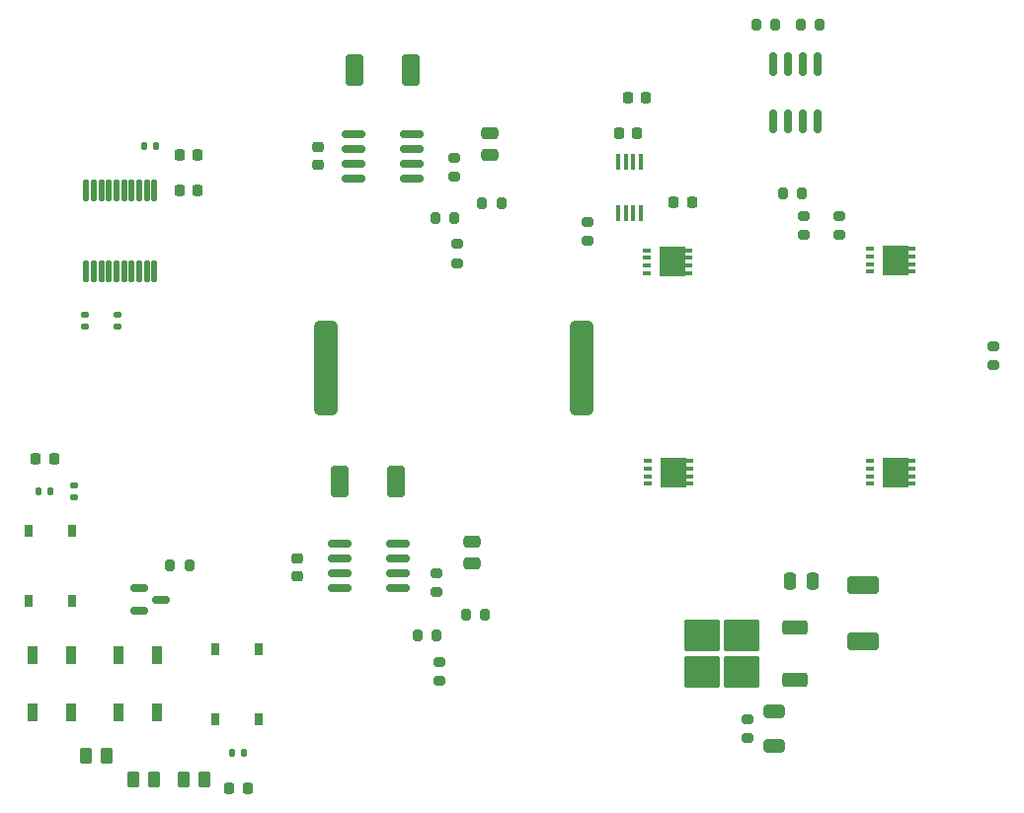
<source format=gbr>
%TF.GenerationSoftware,KiCad,Pcbnew,7.0.9*%
%TF.CreationDate,2024-04-05T12:05:42+09:00*%
%TF.ProjectId,motordriver2,6d6f746f-7264-4726-9976-6572322e6b69,rev?*%
%TF.SameCoordinates,Original*%
%TF.FileFunction,Paste,Top*%
%TF.FilePolarity,Positive*%
%FSLAX46Y46*%
G04 Gerber Fmt 4.6, Leading zero omitted, Abs format (unit mm)*
G04 Created by KiCad (PCBNEW 7.0.9) date 2024-04-05 12:05:42*
%MOMM*%
%LPD*%
G01*
G04 APERTURE LIST*
G04 Aperture macros list*
%AMRoundRect*
0 Rectangle with rounded corners*
0 $1 Rounding radius*
0 $2 $3 $4 $5 $6 $7 $8 $9 X,Y pos of 4 corners*
0 Add a 4 corners polygon primitive as box body*
4,1,4,$2,$3,$4,$5,$6,$7,$8,$9,$2,$3,0*
0 Add four circle primitives for the rounded corners*
1,1,$1+$1,$2,$3*
1,1,$1+$1,$4,$5*
1,1,$1+$1,$6,$7*
1,1,$1+$1,$8,$9*
0 Add four rect primitives between the rounded corners*
20,1,$1+$1,$2,$3,$4,$5,0*
20,1,$1+$1,$4,$5,$6,$7,0*
20,1,$1+$1,$6,$7,$8,$9,0*
20,1,$1+$1,$8,$9,$2,$3,0*%
G04 Aperture macros list end*
%ADD10RoundRect,0.200000X-0.200000X-0.275000X0.200000X-0.275000X0.200000X0.275000X-0.200000X0.275000X0*%
%ADD11RoundRect,0.150000X-0.587500X-0.150000X0.587500X-0.150000X0.587500X0.150000X-0.587500X0.150000X0*%
%ADD12R,0.660400X0.381000*%
%ADD13R,2.215100X2.595250*%
%ADD14RoundRect,0.515500X0.515500X-3.556000X0.515500X3.556000X-0.515500X3.556000X-0.515500X-3.556000X0*%
%ADD15R,0.750000X1.000000*%
%ADD16RoundRect,0.135000X-0.135000X-0.185000X0.135000X-0.185000X0.135000X0.185000X-0.135000X0.185000X0*%
%ADD17RoundRect,0.225000X-0.225000X-0.250000X0.225000X-0.250000X0.225000X0.250000X-0.225000X0.250000X0*%
%ADD18RoundRect,0.250000X0.850000X0.350000X-0.850000X0.350000X-0.850000X-0.350000X0.850000X-0.350000X0*%
%ADD19RoundRect,0.250000X1.275000X1.125000X-1.275000X1.125000X-1.275000X-1.125000X1.275000X-1.125000X0*%
%ADD20R,0.450000X1.450000*%
%ADD21RoundRect,0.150000X-0.825000X-0.150000X0.825000X-0.150000X0.825000X0.150000X-0.825000X0.150000X0*%
%ADD22RoundRect,0.125000X-0.125000X0.825000X-0.125000X-0.825000X0.125000X-0.825000X0.125000X0.825000X0*%
%ADD23RoundRect,0.150000X-0.150000X0.825000X-0.150000X-0.825000X0.150000X-0.825000X0.150000X0.825000X0*%
%ADD24RoundRect,0.200000X-0.275000X0.200000X-0.275000X-0.200000X0.275000X-0.200000X0.275000X0.200000X0*%
%ADD25RoundRect,0.135000X0.135000X0.185000X-0.135000X0.185000X-0.135000X-0.185000X0.135000X-0.185000X0*%
%ADD26RoundRect,0.200000X0.275000X-0.200000X0.275000X0.200000X-0.275000X0.200000X-0.275000X-0.200000X0*%
%ADD27RoundRect,0.250000X-0.262500X-0.450000X0.262500X-0.450000X0.262500X0.450000X-0.262500X0.450000X0*%
%ADD28RoundRect,0.135000X-0.185000X0.135000X-0.185000X-0.135000X0.185000X-0.135000X0.185000X0.135000X0*%
%ADD29RoundRect,0.200000X0.200000X0.275000X-0.200000X0.275000X-0.200000X-0.275000X0.200000X-0.275000X0*%
%ADD30RoundRect,0.135000X0.185000X-0.135000X0.185000X0.135000X-0.185000X0.135000X-0.185000X-0.135000X0*%
%ADD31RoundRect,0.250000X1.100000X-0.500000X1.100000X0.500000X-1.100000X0.500000X-1.100000X-0.500000X0*%
%ADD32R,0.900000X1.500000*%
%ADD33RoundRect,0.250000X0.500000X1.100000X-0.500000X1.100000X-0.500000X-1.100000X0.500000X-1.100000X0*%
%ADD34RoundRect,0.250000X0.250000X0.475000X-0.250000X0.475000X-0.250000X-0.475000X0.250000X-0.475000X0*%
%ADD35RoundRect,0.250000X-0.650000X0.325000X-0.650000X-0.325000X0.650000X-0.325000X0.650000X0.325000X0*%
%ADD36RoundRect,0.225000X0.225000X0.250000X-0.225000X0.250000X-0.225000X-0.250000X0.225000X-0.250000X0*%
%ADD37RoundRect,0.225000X-0.250000X0.225000X-0.250000X-0.225000X0.250000X-0.225000X0.250000X0.225000X0*%
%ADD38RoundRect,0.250000X0.475000X-0.250000X0.475000X0.250000X-0.475000X0.250000X-0.475000X-0.250000X0*%
G04 APERTURE END LIST*
D10*
%TO.C,R7*%
X90675000Y-164000000D03*
X92325000Y-164000000D03*
%TD*%
D11*
%TO.C,Q5*%
X89875000Y-166950000D03*
X88000000Y-167900000D03*
X88000000Y-166000000D03*
%TD*%
D12*
%TO.C,Q4*%
X131607500Y-155060001D03*
X131607500Y-155709999D03*
X131607500Y-156360001D03*
X131607500Y-157009999D03*
D13*
X133785500Y-156035000D03*
D12*
X135163500Y-155060001D03*
X135163500Y-155709999D03*
X135163500Y-156360001D03*
X135163500Y-157009999D03*
%TD*%
%TO.C,Q3*%
X150699000Y-155060001D03*
X150699000Y-155709999D03*
X150699000Y-156360001D03*
X150699000Y-157009999D03*
D13*
X152877000Y-156035000D03*
D12*
X154255000Y-155060001D03*
X154255000Y-155709999D03*
X154255000Y-156360001D03*
X154255000Y-157009999D03*
%TD*%
%TO.C,Q2*%
X131572000Y-136995001D03*
X131572000Y-137644999D03*
X131572000Y-138295001D03*
X131572000Y-138944999D03*
D13*
X133750000Y-137970000D03*
D12*
X135128000Y-136995001D03*
X135128000Y-137644999D03*
X135128000Y-138295001D03*
X135128000Y-138944999D03*
%TD*%
%TO.C,Q1*%
X150657500Y-136868001D03*
X150657500Y-137517999D03*
X150657500Y-138168001D03*
X150657500Y-138817999D03*
D13*
X152835500Y-137843000D03*
D12*
X154213500Y-136868001D03*
X154213500Y-137517999D03*
X154213500Y-138168001D03*
X154213500Y-138817999D03*
%TD*%
D14*
%TO.C,R6*%
X125984000Y-147066000D03*
X103984000Y-147066000D03*
%TD*%
D15*
%TO.C,SW3*%
X94548000Y-177196000D03*
X94548000Y-171196000D03*
X98298000Y-177196000D03*
X98298000Y-171196000D03*
%TD*%
D16*
%TO.C,RV7*%
X96010000Y-180086000D03*
X97030000Y-180086000D03*
%TD*%
D17*
%TO.C,C14*%
X95745000Y-183134000D03*
X97295000Y-183134000D03*
%TD*%
D18*
%TO.C,U6*%
X144272000Y-173878000D03*
X144272000Y-169318000D03*
D19*
X136297000Y-170073000D03*
X139647000Y-173123000D03*
X136297000Y-173123000D03*
X139647000Y-170073000D03*
%TD*%
D20*
%TO.C,U5*%
X131023000Y-129372000D03*
X130373000Y-129372000D03*
X129723000Y-129372000D03*
X129073000Y-129372000D03*
X129073000Y-133772000D03*
X129723000Y-133772000D03*
X130373000Y-133772000D03*
X131023000Y-133772000D03*
%TD*%
D21*
%TO.C,U4*%
X105221000Y-162179000D03*
X105221000Y-163449000D03*
X105221000Y-164719000D03*
X105221000Y-165989000D03*
X110171000Y-165989000D03*
X110171000Y-164719000D03*
X110171000Y-163449000D03*
X110171000Y-162179000D03*
%TD*%
D22*
%TO.C,U3*%
X89326000Y-138826000D03*
X88676000Y-138826000D03*
X88026000Y-138826000D03*
X87376000Y-138826000D03*
X86726000Y-138826000D03*
X86076000Y-138826000D03*
X85426000Y-138826000D03*
X84776000Y-138826000D03*
X84126000Y-138826000D03*
X83476000Y-138826000D03*
X83476000Y-131826000D03*
X84126000Y-131826000D03*
X84776000Y-131826000D03*
X85426000Y-131826000D03*
X86076000Y-131826000D03*
X86726000Y-131826000D03*
X87376000Y-131826000D03*
X88026000Y-131826000D03*
X88676000Y-131826000D03*
X89326000Y-131826000D03*
%TD*%
D21*
%TO.C,U2*%
X106426000Y-126987000D03*
X106426000Y-128257000D03*
X106426000Y-129527000D03*
X106426000Y-130797000D03*
X111376000Y-130797000D03*
X111376000Y-129527000D03*
X111376000Y-128257000D03*
X111376000Y-126987000D03*
%TD*%
D23*
%TO.C,U1*%
X146177000Y-120969000D03*
X144907000Y-120969000D03*
X143637000Y-120969000D03*
X142367000Y-120969000D03*
X142367000Y-125919000D03*
X143637000Y-125919000D03*
X144907000Y-125919000D03*
X146177000Y-125919000D03*
%TD*%
D15*
%TO.C,SW1*%
X82296000Y-161036000D03*
X82296000Y-167036000D03*
X78546000Y-161036000D03*
X78546000Y-167036000D03*
%TD*%
D24*
%TO.C,RV6*%
X140208000Y-177229000D03*
X140208000Y-178879000D03*
%TD*%
D25*
%TO.C,RV4*%
X80423000Y-157686000D03*
X79403000Y-157686000D03*
%TD*%
D24*
%TO.C,RV3*%
X161290000Y-145225000D03*
X161290000Y-146875000D03*
%TD*%
%TO.C,RV2*%
X126492000Y-134557000D03*
X126492000Y-136207000D03*
%TD*%
D26*
%TO.C,RV1*%
X148082000Y-135699000D03*
X148082000Y-134049000D03*
%TD*%
D27*
%TO.C,R26*%
X91797500Y-182372000D03*
X93622500Y-182372000D03*
%TD*%
%TO.C,R25*%
X87479500Y-182372000D03*
X89304500Y-182372000D03*
%TD*%
%TO.C,R24*%
X83415500Y-180340000D03*
X85240500Y-180340000D03*
%TD*%
D28*
%TO.C,R22*%
X82453000Y-157176000D03*
X82453000Y-158196000D03*
%TD*%
D10*
%TO.C,R17*%
X111886000Y-170053000D03*
X113536000Y-170053000D03*
%TD*%
D24*
%TO.C,R16*%
X113473000Y-164656000D03*
X113473000Y-166306000D03*
%TD*%
D26*
%TO.C,R15*%
X113727000Y-173926000D03*
X113727000Y-172276000D03*
%TD*%
D29*
%TO.C,R14*%
X117663000Y-168275000D03*
X116013000Y-168275000D03*
%TD*%
D10*
%TO.C,R13*%
X143193000Y-132080000D03*
X144843000Y-132080000D03*
%TD*%
D26*
%TO.C,R12*%
X145034000Y-135699000D03*
X145034000Y-134049000D03*
%TD*%
%TO.C,R11*%
X115251000Y-136449000D03*
X115251000Y-138099000D03*
%TD*%
D10*
%TO.C,R10*%
X117411000Y-132956000D03*
X119061000Y-132956000D03*
%TD*%
%TO.C,R9*%
X113410000Y-134226000D03*
X115060000Y-134226000D03*
%TD*%
D24*
%TO.C,R8*%
X114997000Y-129020000D03*
X114997000Y-130670000D03*
%TD*%
D25*
%TO.C,R5*%
X89442000Y-128016000D03*
X88422000Y-128016000D03*
%TD*%
D10*
%TO.C,R4*%
X144717000Y-117602000D03*
X146367000Y-117602000D03*
%TD*%
%TO.C,R3*%
X140907000Y-117602000D03*
X142557000Y-117602000D03*
%TD*%
D30*
%TO.C,R2*%
X83342000Y-143514000D03*
X83342000Y-142494000D03*
%TD*%
%TO.C,R1*%
X86136000Y-143512000D03*
X86136000Y-142492000D03*
%TD*%
D31*
%TO.C,D9*%
X150114000Y-170548000D03*
X150114000Y-165748000D03*
%TD*%
D32*
%TO.C,D8*%
X78868000Y-176604000D03*
X82168000Y-176604000D03*
X82168000Y-171704000D03*
X78868000Y-171704000D03*
%TD*%
%TO.C,D7*%
X86234000Y-176604000D03*
X89534000Y-176604000D03*
X89534000Y-171704000D03*
X86234000Y-171704000D03*
%TD*%
D33*
%TO.C,D6*%
X110031000Y-156845000D03*
X105231000Y-156845000D03*
%TD*%
%TO.C,D1*%
X111301000Y-121526000D03*
X106501000Y-121526000D03*
%TD*%
D34*
%TO.C,C13*%
X145730000Y-165354000D03*
X143830000Y-165354000D03*
%TD*%
D35*
%TO.C,C12*%
X142494000Y-176579000D03*
X142494000Y-179529000D03*
%TD*%
D36*
%TO.C,C10*%
X80701000Y-154892000D03*
X79151000Y-154892000D03*
%TD*%
D17*
%TO.C,C9*%
X133845000Y-132842000D03*
X135395000Y-132842000D03*
%TD*%
D37*
%TO.C,C8*%
X101535000Y-163436000D03*
X101535000Y-164986000D03*
%TD*%
D38*
%TO.C,C7*%
X116521000Y-163891000D03*
X116521000Y-161991000D03*
%TD*%
D17*
%TO.C,C6*%
X91457000Y-131826000D03*
X93007000Y-131826000D03*
%TD*%
D38*
%TO.C,C5*%
X118045000Y-128826000D03*
X118045000Y-126926000D03*
%TD*%
D17*
%TO.C,C4*%
X91457000Y-128778000D03*
X93007000Y-128778000D03*
%TD*%
%TO.C,C3*%
X129146000Y-126935000D03*
X130696000Y-126935000D03*
%TD*%
D37*
%TO.C,C2*%
X103313000Y-128117000D03*
X103313000Y-129667000D03*
%TD*%
D17*
%TO.C,C1*%
X129908000Y-123887000D03*
X131458000Y-123887000D03*
%TD*%
M02*

</source>
